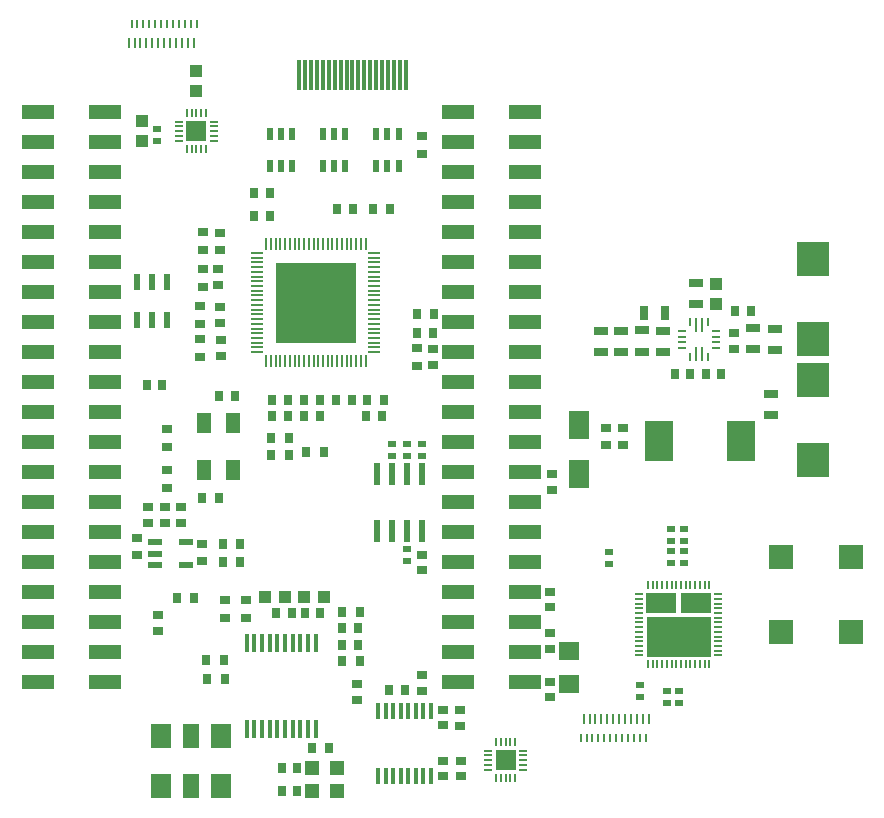
<source format=gbr>
G04 EAGLE Gerber RS-274X export*
G75*
%MOMM*%
%FSLAX34Y34*%
%LPD*%
%INSolderpaste Top*%
%IPPOS*%
%AMOC8*
5,1,8,0,0,1.08239X$1,22.5*%
G01*
%ADD10R,1.800000X1.600000*%
%ADD11R,0.900000X0.700000*%
%ADD12R,0.700000X0.900000*%
%ADD13R,0.530000X1.330000*%
%ADD14R,2.790000X1.270000*%
%ADD15R,1.000000X0.200000*%
%ADD16R,0.200000X1.000000*%
%ADD17R,6.750000X6.750000*%
%ADD18R,1.200000X1.800000*%
%ADD19R,0.800000X0.900000*%
%ADD20R,0.900000X0.800000*%
%ADD21R,0.914400X0.762000*%
%ADD22R,0.762000X0.914400*%
%ADD23R,1.219200X0.558800*%
%ADD24R,1.800000X2.400000*%
%ADD25R,0.500000X1.050000*%
%ADD26R,0.300000X2.600000*%
%ADD27R,0.400000X1.500000*%
%ADD28R,1.800000X2.000000*%
%ADD29R,1.400000X2.000000*%
%ADD30R,0.270000X0.900000*%
%ADD31R,0.270000X0.800000*%
%ADD32R,1.200000X1.200000*%
%ADD33R,0.350000X1.400000*%
%ADD34R,1.100000X1.000000*%
%ADD35R,2.000000X2.000000*%
%ADD36R,0.200000X0.700000*%
%ADD37R,0.700000X0.200000*%
%ADD38R,5.500000X3.400000*%
%ADD39R,2.600000X1.750000*%
%ADD40R,2.550000X1.750000*%
%ADD41R,0.200000X0.800000*%
%ADD42R,0.800000X0.200000*%
%ADD43R,1.800000X1.800000*%
%ADD44R,0.700000X0.600000*%
%ADD45R,1.000000X1.100000*%
%ADD46R,1.200000X0.800000*%
%ADD47R,0.600000X1.970000*%
%ADD48R,2.700000X2.950000*%
%ADD49R,0.800000X0.250000*%
%ADD50R,0.250000X0.800000*%
%ADD51R,0.250000X1.200000*%
%ADD52R,0.800000X1.200000*%
%ADD53R,2.450000X3.500000*%


D10*
X471051Y106203D03*
X471051Y134203D03*
D11*
X454744Y108351D03*
X454744Y95351D03*
D12*
X126556Y359586D03*
X113556Y359586D03*
D13*
X105256Y414826D03*
X117956Y414826D03*
X130656Y414826D03*
X130656Y446830D03*
X117956Y446830D03*
X105256Y446830D03*
D14*
X433550Y108250D03*
X376450Y108250D03*
X433550Y133650D03*
X376450Y133650D03*
X433550Y159050D03*
X376450Y159050D03*
X433550Y184450D03*
X376450Y184450D03*
X433550Y209850D03*
X376450Y209850D03*
X433550Y235250D03*
X376450Y235250D03*
X433550Y260650D03*
X376450Y260650D03*
X433550Y286050D03*
X376450Y286050D03*
X433550Y311450D03*
X376450Y311450D03*
X433550Y336850D03*
X376450Y336850D03*
X433550Y362250D03*
X376450Y362250D03*
X433550Y387650D03*
X376450Y387650D03*
X433550Y413050D03*
X376450Y413050D03*
X433550Y438450D03*
X376450Y438450D03*
X433550Y463850D03*
X376450Y463850D03*
X433550Y489250D03*
X376450Y489250D03*
X433550Y514650D03*
X376450Y514650D03*
X433550Y540050D03*
X376450Y540050D03*
X433550Y565450D03*
X376450Y565450D03*
X433550Y590850D03*
X376450Y590850D03*
X77950Y108250D03*
X20850Y108250D03*
X77950Y133650D03*
X20850Y133650D03*
X77950Y159050D03*
X20850Y159050D03*
X77950Y184450D03*
X20850Y184450D03*
X77950Y209850D03*
X20850Y209850D03*
X77950Y235250D03*
X20850Y235250D03*
X77950Y260650D03*
X20850Y260650D03*
X77950Y286050D03*
X20850Y286050D03*
X77950Y311450D03*
X20850Y311450D03*
X77950Y336850D03*
X20850Y336850D03*
X77950Y362250D03*
X20850Y362250D03*
X77950Y387650D03*
X20850Y387650D03*
X77950Y413050D03*
X20850Y413050D03*
X77950Y438450D03*
X20850Y438450D03*
X77950Y463850D03*
X20850Y463850D03*
X77950Y489250D03*
X20850Y489250D03*
X77950Y514650D03*
X20850Y514650D03*
X77950Y540050D03*
X20850Y540050D03*
X77950Y565450D03*
X20850Y565450D03*
X77950Y590850D03*
X20850Y590850D03*
D15*
X306056Y387496D03*
X306056Y391496D03*
X306056Y395496D03*
X306056Y399496D03*
X306056Y403496D03*
X306056Y407496D03*
X306056Y411496D03*
X306056Y415496D03*
X306056Y419496D03*
X306056Y423496D03*
X306056Y427496D03*
X306056Y431496D03*
X306056Y435496D03*
X306056Y439496D03*
X306056Y443496D03*
X306056Y447496D03*
X306056Y451496D03*
X306056Y455496D03*
X306056Y459496D03*
X306056Y463496D03*
X306056Y467496D03*
X306056Y471496D03*
D16*
X298556Y478996D03*
X294556Y478996D03*
X290556Y478996D03*
X286556Y478996D03*
X282556Y478996D03*
X278556Y478996D03*
X274556Y478996D03*
X270556Y478996D03*
X266556Y478996D03*
X262556Y478996D03*
X258556Y478996D03*
X254556Y478996D03*
X250556Y478996D03*
X246556Y478996D03*
X242556Y478996D03*
X238556Y478996D03*
X234556Y478996D03*
X230556Y478996D03*
X226556Y478996D03*
X222556Y478996D03*
X218556Y478996D03*
X214556Y478996D03*
D15*
X207056Y471496D03*
X207056Y467496D03*
X207056Y463496D03*
X207056Y459496D03*
X207056Y455496D03*
X207056Y451496D03*
X207056Y447496D03*
X207056Y443496D03*
X207056Y439496D03*
X207056Y435496D03*
X207056Y431496D03*
X207056Y427496D03*
X207056Y423496D03*
X207056Y419496D03*
X207056Y415496D03*
X207056Y411496D03*
X207056Y407496D03*
X207056Y403496D03*
X207056Y399496D03*
X207056Y395496D03*
X207056Y391496D03*
X207056Y387496D03*
D16*
X214556Y379996D03*
X218556Y379996D03*
X222556Y379996D03*
X226556Y379996D03*
X230556Y379996D03*
X234556Y379996D03*
X238556Y379996D03*
X242556Y379996D03*
X246556Y379996D03*
X250556Y379996D03*
X254556Y379996D03*
X258556Y379996D03*
X262556Y379996D03*
X266556Y379996D03*
X270556Y379996D03*
X274556Y379996D03*
X278556Y379996D03*
X282556Y379996D03*
X286556Y379996D03*
X290556Y379996D03*
X294556Y379996D03*
X298556Y379996D03*
D17*
X256556Y429496D03*
D18*
X162166Y327406D03*
X162166Y287406D03*
X186166Y287406D03*
X186166Y327406D03*
D19*
X188166Y350406D03*
X174166Y350406D03*
X160166Y264406D03*
X174166Y264406D03*
D12*
X248094Y302666D03*
X263094Y302666D03*
D11*
X130056Y322496D03*
X130056Y307496D03*
X130056Y272496D03*
X130056Y287496D03*
X342306Y375906D03*
X342306Y390906D03*
D20*
X355306Y390406D03*
X355306Y376406D03*
D11*
X161306Y473906D03*
X161306Y488906D03*
X160556Y442496D03*
X160556Y457496D03*
X158786Y426496D03*
X158786Y411496D03*
X158516Y383496D03*
X158516Y398496D03*
D12*
X218666Y314406D03*
X233666Y314406D03*
X218666Y300406D03*
X233666Y300406D03*
D19*
X341806Y403906D03*
X355806Y403906D03*
X305056Y508996D03*
X319056Y508996D03*
D20*
X175306Y488406D03*
X175306Y474406D03*
X173246Y444266D03*
X173246Y458266D03*
X176056Y397996D03*
X176056Y383996D03*
X175056Y411996D03*
X175056Y425996D03*
X114504Y256556D03*
X114504Y242556D03*
D19*
X274056Y508996D03*
X288056Y508996D03*
X218056Y521996D03*
X204056Y521996D03*
D20*
X128504Y256556D03*
X128504Y242556D03*
D19*
X342306Y419406D03*
X356306Y419406D03*
X218056Y502996D03*
X204056Y502996D03*
X192056Y209996D03*
X178056Y209996D03*
X233166Y347406D03*
X219166Y347406D03*
X233056Y333396D03*
X219056Y333396D03*
X273166Y347406D03*
X287166Y347406D03*
X246166Y347406D03*
X260166Y347406D03*
X246166Y333406D03*
X260166Y333406D03*
X300166Y347406D03*
X314166Y347406D03*
X298666Y333806D03*
X312666Y333806D03*
D21*
X142504Y256414D03*
X142504Y242698D03*
D22*
X191914Y224996D03*
X178198Y224996D03*
D23*
X120055Y226496D03*
X120055Y216996D03*
X120055Y207344D03*
X146264Y207344D03*
X146264Y226496D03*
D24*
X478946Y284516D03*
X478946Y325516D03*
D20*
X160056Y224996D03*
X160056Y210996D03*
X105056Y229996D03*
X105056Y215996D03*
D21*
X456504Y270948D03*
X456504Y284664D03*
D20*
X502446Y322984D03*
X502446Y308984D03*
X516836Y322984D03*
X516836Y308984D03*
D25*
X217556Y544996D03*
X227056Y544996D03*
X236556Y544996D03*
X236556Y571996D03*
X227056Y571996D03*
X217556Y571996D03*
X262556Y544996D03*
X272056Y544996D03*
X281556Y544996D03*
X281556Y571996D03*
X272056Y571996D03*
X262556Y571996D03*
X307556Y544996D03*
X317056Y544996D03*
X326556Y544996D03*
X326556Y571996D03*
X317056Y571996D03*
X307556Y571996D03*
D26*
X242500Y621896D03*
X247500Y621896D03*
X252500Y621896D03*
X257500Y621896D03*
X262500Y621896D03*
X267500Y621896D03*
X272500Y621896D03*
X277500Y621896D03*
X282500Y621896D03*
X287500Y621896D03*
X292500Y621896D03*
X297500Y621896D03*
X302500Y621896D03*
X307500Y621896D03*
X312500Y621896D03*
X317500Y621896D03*
X322500Y621896D03*
X327500Y621896D03*
X332500Y621896D03*
D11*
X346056Y555496D03*
X346056Y570496D03*
D27*
X256350Y141250D03*
X249850Y141250D03*
X243350Y141250D03*
X236850Y141250D03*
X230350Y141250D03*
X223850Y141250D03*
X217350Y141250D03*
X210850Y141250D03*
X204350Y141250D03*
X197850Y141250D03*
X197850Y68750D03*
X204350Y68750D03*
X210850Y68750D03*
X217350Y68750D03*
X223850Y68750D03*
X230350Y68750D03*
X236850Y68750D03*
X243350Y68750D03*
X249850Y68750D03*
X256350Y68750D03*
D12*
X235950Y166750D03*
X222950Y166750D03*
X247050Y166750D03*
X260050Y166750D03*
D28*
X176300Y20500D03*
X176300Y62500D03*
X125500Y62500D03*
X125500Y20500D03*
D29*
X150900Y20500D03*
X150900Y62500D03*
D30*
X152950Y649650D03*
X147950Y649650D03*
X142950Y649650D03*
X137950Y649650D03*
X132950Y649650D03*
X127950Y649650D03*
X122950Y649650D03*
X117950Y649650D03*
X112950Y649650D03*
X107950Y649650D03*
X102950Y649650D03*
X97950Y649650D03*
D31*
X100450Y665650D03*
X105450Y665650D03*
X110450Y665650D03*
X115450Y665650D03*
X120450Y665650D03*
X125450Y665650D03*
X130450Y665650D03*
X135450Y665650D03*
X140450Y665650D03*
X145450Y665650D03*
X150450Y665650D03*
X155450Y665650D03*
D30*
X483180Y77020D03*
X488180Y77020D03*
X493180Y77020D03*
X498180Y77020D03*
X503180Y77020D03*
X508180Y77020D03*
X513180Y77020D03*
X518180Y77020D03*
X523180Y77020D03*
X528180Y77020D03*
X533180Y77020D03*
X538180Y77020D03*
D31*
X535680Y61020D03*
X530680Y61020D03*
X525680Y61020D03*
X520680Y61020D03*
X515680Y61020D03*
X510680Y61020D03*
X505680Y61020D03*
X500680Y61020D03*
X495680Y61020D03*
X490680Y61020D03*
X485680Y61020D03*
X480680Y61020D03*
D12*
X227500Y15600D03*
X240500Y15600D03*
D32*
X274500Y15600D03*
X253500Y15600D03*
D12*
X227500Y35100D03*
X240500Y35100D03*
D32*
X274500Y35100D03*
X253500Y35100D03*
D11*
X346670Y101000D03*
X346670Y114000D03*
D12*
X331800Y101210D03*
X318800Y101210D03*
D33*
X309375Y28350D03*
X315725Y28350D03*
X322075Y28350D03*
X328425Y28350D03*
X334775Y28350D03*
X341125Y28350D03*
X347475Y28350D03*
X353825Y28350D03*
X353825Y83850D03*
X347475Y83850D03*
X341125Y83850D03*
X334775Y83850D03*
X328425Y83850D03*
X322075Y83850D03*
X315725Y83850D03*
X309375Y83850D03*
D11*
X291500Y106300D03*
X291500Y93300D03*
X364490Y28640D03*
X364490Y41640D03*
X364370Y84460D03*
X364370Y71460D03*
X379340Y41610D03*
X379340Y28610D03*
X378490Y71160D03*
X378490Y84160D03*
D12*
X178750Y127090D03*
X163750Y127090D03*
X179260Y111060D03*
X164260Y111060D03*
X278710Y126180D03*
X293710Y126180D03*
X278490Y167680D03*
X293490Y167680D03*
D11*
X455000Y136500D03*
X455000Y149500D03*
X455000Y184500D03*
X455000Y171500D03*
D12*
X291950Y153920D03*
X278950Y153920D03*
X291830Y139960D03*
X278830Y139960D03*
D21*
X123000Y165358D03*
X123000Y151642D03*
D11*
X179700Y177400D03*
X179700Y162400D03*
X197550Y162400D03*
X197550Y177400D03*
D34*
X230250Y180350D03*
X213250Y180350D03*
X246750Y180350D03*
X263750Y180350D03*
D35*
X650000Y214460D03*
X710000Y214460D03*
X650000Y150340D03*
X710000Y150340D03*
D36*
X589610Y190190D03*
X585610Y190190D03*
X581610Y190190D03*
X577610Y190190D03*
X573610Y190190D03*
X569610Y190190D03*
X565610Y190190D03*
X561610Y190190D03*
X557610Y190190D03*
X553610Y190190D03*
X549610Y190190D03*
X545610Y190190D03*
X541610Y190190D03*
X537610Y190190D03*
D37*
X530110Y182690D03*
X530110Y178690D03*
X530110Y174690D03*
X530110Y170690D03*
X530110Y166690D03*
X530110Y162690D03*
X530110Y158690D03*
X530110Y154690D03*
X530110Y150690D03*
X530110Y146690D03*
X530110Y142690D03*
X530110Y138690D03*
X530110Y134690D03*
X530110Y130690D03*
D36*
X537610Y123190D03*
X541610Y123190D03*
X545610Y123190D03*
X549610Y123190D03*
X553610Y123190D03*
X557610Y123190D03*
X561610Y123190D03*
X565610Y123190D03*
X569610Y123190D03*
X573610Y123190D03*
X577610Y123190D03*
X581610Y123190D03*
X585610Y123190D03*
X589610Y123190D03*
D37*
X597110Y130690D03*
X597110Y134690D03*
X597110Y138690D03*
X597110Y142690D03*
X597110Y146690D03*
X597110Y150690D03*
X597110Y154690D03*
X597110Y158690D03*
X597110Y162690D03*
X597110Y166690D03*
X597110Y170690D03*
X597110Y174690D03*
X597110Y178690D03*
X597110Y182690D03*
D38*
X563610Y146190D03*
D39*
X578110Y175440D03*
D40*
X548860Y175440D03*
D41*
X163240Y559660D03*
X159240Y559660D03*
X155240Y559660D03*
X151240Y559660D03*
X147240Y559660D03*
X163240Y589660D03*
X159240Y589660D03*
X155240Y589660D03*
X151240Y589660D03*
X147240Y589660D03*
D42*
X170240Y574660D03*
X170240Y570660D03*
X170240Y566660D03*
X170240Y578660D03*
X170240Y582660D03*
X140240Y574660D03*
X140240Y570660D03*
X140240Y566660D03*
X140240Y578660D03*
X140240Y582660D03*
D43*
X155240Y574660D03*
D42*
X402120Y34130D03*
X402120Y38130D03*
X402120Y42130D03*
X402120Y46130D03*
X402120Y50130D03*
X432120Y34130D03*
X432120Y38130D03*
X432120Y42130D03*
X432120Y46130D03*
X432120Y50130D03*
D41*
X417120Y27130D03*
X413120Y27130D03*
X409120Y27130D03*
X421120Y27130D03*
X425120Y27130D03*
X417120Y57130D03*
X413120Y57130D03*
X409120Y57130D03*
X421120Y57130D03*
X425120Y57130D03*
D43*
X417120Y42130D03*
D44*
X568160Y219180D03*
X568160Y209180D03*
X568160Y237690D03*
X568160Y227690D03*
X557470Y219180D03*
X557470Y209180D03*
X557370Y237760D03*
X557370Y227760D03*
X554200Y100528D03*
X554200Y90528D03*
X563958Y100530D03*
X563958Y90530D03*
X504960Y218460D03*
X504960Y208460D03*
D45*
X155070Y625790D03*
X155070Y608790D03*
X109410Y583370D03*
X109410Y566370D03*
D44*
X122220Y576700D03*
X122220Y566700D03*
D46*
X641750Y334410D03*
X641750Y352410D03*
D47*
X346710Y284750D03*
X334010Y284750D03*
X321310Y284750D03*
X308610Y284750D03*
X308610Y235900D03*
X321310Y235900D03*
X334010Y235900D03*
X346710Y235900D03*
D44*
X321310Y299800D03*
X321310Y309800D03*
X334010Y299800D03*
X334010Y309800D03*
X346710Y299800D03*
X346710Y309800D03*
X334010Y220900D03*
X334010Y210900D03*
D11*
X346710Y202900D03*
X346710Y215900D03*
D44*
X530726Y105620D03*
X530726Y95620D03*
D12*
X252850Y52070D03*
X267850Y52070D03*
D22*
X152908Y179070D03*
X139192Y179070D03*
D48*
X677500Y363750D03*
X677500Y296250D03*
X677500Y398750D03*
X677500Y466250D03*
D46*
X644820Y407460D03*
X644820Y389460D03*
X626340Y407780D03*
X626340Y389780D03*
D11*
X610860Y390370D03*
X610860Y403370D03*
D12*
X624754Y421960D03*
X611754Y421960D03*
D49*
X595540Y390720D03*
X595540Y395720D03*
X595540Y400720D03*
X595540Y405720D03*
D50*
X588540Y412720D03*
D51*
X583540Y410720D03*
X578540Y410720D03*
D50*
X573540Y412720D03*
D49*
X566540Y405720D03*
X566540Y400720D03*
X566540Y395720D03*
X566540Y390720D03*
D50*
X573540Y383720D03*
D51*
X578540Y385720D03*
X583540Y385720D03*
D50*
X588540Y383720D03*
D52*
X534460Y420960D03*
X552460Y420960D03*
D46*
X577980Y446010D03*
X577980Y428010D03*
D34*
X595300Y428150D03*
X595300Y445150D03*
D46*
X550630Y405490D03*
X550630Y387490D03*
X532850Y405880D03*
X532850Y387880D03*
X497570Y405740D03*
X497570Y387740D03*
X515050Y405660D03*
X515050Y387660D03*
D12*
X599688Y368772D03*
X586688Y368772D03*
X560640Y368770D03*
X573640Y368770D03*
D53*
X616600Y312020D03*
X547100Y312020D03*
M02*

</source>
